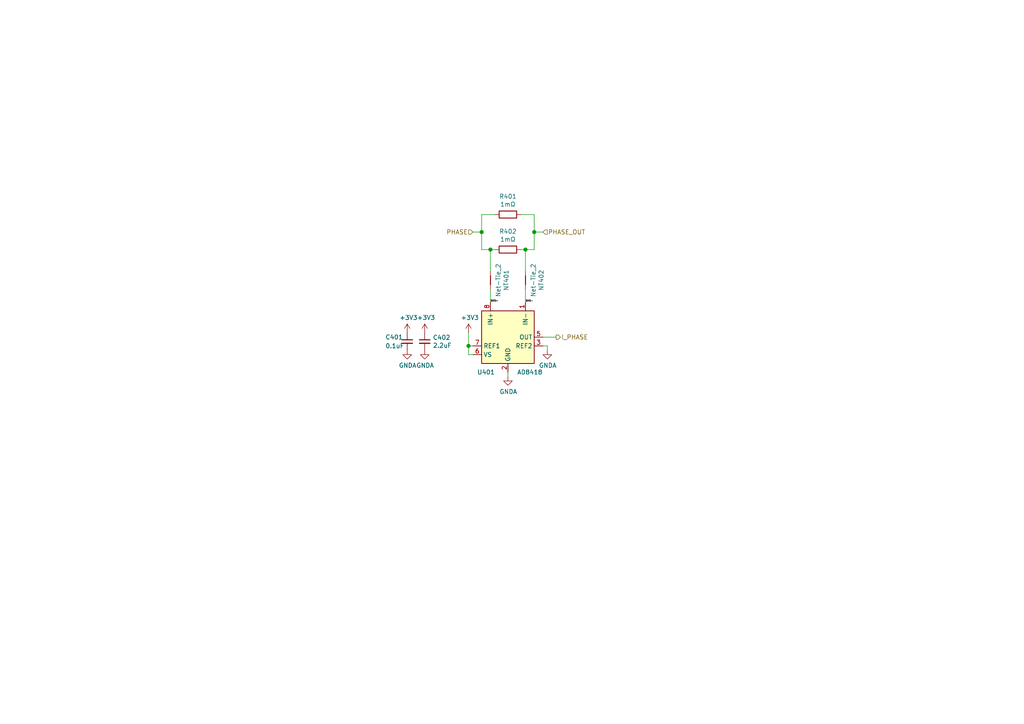
<source format=kicad_sch>
(kicad_sch (version 20230121) (generator eeschema)
  (paper "A4")
  (lib_symbols
    (symbol "24_power_board-rescue:AD8418-MoxiE_drive_symbol_lib"
      (property "Reference" "U" (at -7.62 10.795 0))
      (property "Value" "AD8418-MoxiE_drive_symbol_lib" (at -7.62 8.89 0))
      (symbol "AD8418-MoxiE_drive_symbol_lib_0_1"
        (rectangle (start -7.62 7.62) (end 7.62 -7.62) (stroke (width 0.254)) (fill (type background)))
      )
      (symbol "AD8418-MoxiE_drive_symbol_lib_1_1"
        (pin input line (at 5.08 10.16 270) (length 2.54) (name "IN-") (number "1"))
        (pin power_in line (at 0 -10.16 90) (length 2.54) (name "GND") (number "2"))
        (pin input line (at 10.16 -2.54 180) (length 2.54) (name "REF2") (number "3"))
        (pin no_connect line (at 2.54 -7.62 90) (length 2.54) hide (name "NC") (number "4"))
        (pin output line (at 10.16 0 180) (length 2.54) (name "OUT") (number "5"))
        (pin power_in line (at -10.16 -5.08 0) (length 2.54) (name "VS") (number "6"))
        (pin input line (at -10.16 -2.54 0) (length 2.54) (name "REF1") (number "7"))
        (pin input line (at -5.08 10.16 270) (length 2.54) (name "IN+") (number "8"))
      )
    )
    (symbol "Device:C_Small" (pin_numbers hide) (pin_names (offset 0.254) hide)
      (property "Reference" "C" (at 0.254 1.778 0))
      (property "Value" "C_Small" (at 0.254 -2.032 0))
      (symbol "C_Small_0_1"
        (polyline (pts (xy -1.524 -0.508) (xy 1.524 -0.508)) (stroke (width 0.3302)))
        (polyline (pts (xy -1.524 0.508) (xy 1.524 0.508)) (stroke (width 0.3048)))
      )
      (symbol "C_Small_1_1"
        (pin passive line (at 0 2.54 270) (length 2.032) (name "~") (number "1"))
        (pin passive line (at 0 -2.54 90) (length 2.032) (name "~") (number "2"))
      )
    )
    (symbol "Device:Net-Tie_2" (pin_numbers hide) (pin_names (offset 0) hide)
      (property "Reference" "NT" (at 0 1.27 0))
      (property "Value" "Net-Tie_2" (at 0 -1.27 0))
      (symbol "Net-Tie_2_0_1"
        (polyline (pts (xy -1.27 0) (xy 1.27 0)) (stroke (width 0.254)))
      )
      (symbol "Net-Tie_2_1_1"
        (pin passive line (at -2.54 0 0) (length 2.54) (name "1") (number "1"))
        (pin passive line (at 2.54 0 180) (length 2.54) (name "2") (number "2"))
      )
    )
    (symbol "Device:R" (pin_numbers hide) (pin_names (offset 0))
      (property "Reference" "R" (at 2.032 0 90))
      (property "Value" "R" (at 0 0 90))
      (symbol "R_0_1"
        (rectangle (start -1.016 -2.54) (end 1.016 2.54) (stroke (width 0.254)))
      )
      (symbol "R_1_1"
        (pin passive line (at 0 3.81 270) (length 1.27) (name "~") (number "1"))
        (pin passive line (at 0 -3.81 90) (length 1.27) (name "~") (number "2"))
      )
    )
    (symbol "power:+3.3V" (power) (pin_names (offset 0))
      (property "Value" "+3.3V" (at 0 3.556 0))
      (symbol "+3.3V_0_1"
        (polyline (pts (xy -0.762 1.27) (xy 0 2.54)))
        (polyline (pts (xy 0 0) (xy 0 2.54)))
        (polyline (pts (xy 0 2.54) (xy 0.762 1.27)))
      )
      (symbol "+3.3V_1_1"
        (pin power_in line (at 0 0 90) (length 0) hide (name "+3V3") (number "1"))
      )
    )
    (symbol "power:GNDA" (power) (pin_names (offset 0))
      (property "Value" "GNDA" (at 0 -3.81 0))
      (symbol "GNDA_0_1"
        (polyline (pts (xy 0 0) (xy 0 -1.27) (xy 1.27 -1.27) (xy 0 -2.54) (xy -1.27 -1.27) (xy 0 -1.27)))
      )
      (symbol "GNDA_1_1"
        (pin power_in line (at 0 0 270) (length 0) hide (name "GNDA") (number "1"))
      )
    )
  )
  (junction (at 152.4 72.39) (diameter 1.016))
  (junction (at 139.7 67.31) (diameter 1.016))
  (junction (at 142.24 72.39) (diameter 1.016))
  (junction (at 154.94 67.31) (diameter 1.016))
  (junction (at 135.89 100.33) (diameter 1.016))
  (wire (pts (xy 135.89 102.87) (xy 135.89 100.33)))
  (wire (pts (xy 137.16 102.87) (xy 135.89 102.87)))
  (wire (pts (xy 152.4 78.74) (xy 152.4 72.39)))
  (wire (pts (xy 154.94 72.39) (xy 154.94 67.31)))
  (wire (pts (xy 142.24 72.39) (xy 143.51 72.39)))
  (wire (pts (xy 137.16 67.31) (xy 139.7 67.31)))
  (wire (pts (xy 157.48 100.33) (xy 158.75 100.33)))
  (wire (pts (xy 158.75 100.33) (xy 158.75 101.6)))
  (wire (pts (xy 142.24 87.63) (xy 142.24 83.82)))
  (wire (pts (xy 147.32 109.22) (xy 147.32 107.95)))
  (wire (pts (xy 154.94 62.23) (xy 151.13 62.23)))
  (wire (pts (xy 157.48 67.31) (xy 154.94 67.31)))
  (wire (pts (xy 139.7 62.23) (xy 139.7 67.31)))
  (wire (pts (xy 161.29 97.79) (xy 157.48 97.79)))
  (wire (pts (xy 154.94 67.31) (xy 154.94 62.23)))
  (wire (pts (xy 139.7 72.39) (xy 142.24 72.39)))
  (wire (pts (xy 139.7 67.31) (xy 139.7 72.39)))
  (wire (pts (xy 142.24 78.74) (xy 142.24 72.39)))
  (wire (pts (xy 152.4 72.39) (xy 154.94 72.39)))
  (wire (pts (xy 152.4 83.82) (xy 152.4 87.63)))
  (wire (pts (xy 143.51 62.23) (xy 139.7 62.23)))
  (wire (pts (xy 151.13 72.39) (xy 152.4 72.39)))
  (wire (pts (xy 135.89 100.33) (xy 135.89 96.52)))
  (wire (pts (xy 137.16 100.33) (xy 135.89 100.33)))
  (label "SNS+" (at 142.24 87.63 0) (effects (font (size 0.508 0.508))))
  (label "SNS-" (at 152.4 87.63 0) (effects (font (size 0.508 0.508))))
  (hierarchical_label "PHASE_OUT" (shape input) (at 157.48 67.31 0))
  (hierarchical_label "I_PHASE" (shape output) (at 161.29 97.79 0))
  (hierarchical_label "PHASE" (shape input) (at 137.16 67.31 180))
  (symbol (lib_id "Device:R") (at 147.32 72.39 270) (unit 1)
    (property "Reference" "R402" (at 147.32 67.1322 90))
    (property "Value" "1mΩ" (at 147.32 69.4436 90))
    (property "Footprint" "24_moxie_drive:R_2512_shunt_vishay" (effects hide))
    (instances (project "24_power_board" (path "" (reference "R402") (unit 1)) (path "" (reference "R602") (unit 1)) (path "" (reference "R802") (unit 1))))
  )
  (symbol (lib_id "Device:R") (at 147.32 62.23 270) (unit 1)
    (property "Reference" "R401" (at 147.32 56.9722 90))
    (property "Value" "1mΩ" (at 147.32 59.2836 90))
    (property "Footprint" "24_moxie_drive:R_2512_shunt_vishay" (effects hide))
    (instances (project "24_power_board" (path "" (reference "R401") (unit 1)) (path "" (reference "R601") (unit 1)) (path "" (reference "R801") (unit 1))))
  )
  (symbol (lib_id "24_power_board-rescue:AD8418-MoxiE_drive_symbol_lib") (at 147.32 97.79 0) (unit 1)
    (property "Reference" "U401" (at 140.97 107.95 0))
    (property "Value" "AD8418" (at 153.67 107.95 0))
    (property "Footprint" "Package_SO:MSOP-8_3x3mm_P0.65mm" (effects hide))
    (instances (project "24_power_board" (path "" (reference "U401") (unit 1)) (path "" (reference "U601") (unit 1)) (path "" (reference "U801") (unit 1))))
  )
  (symbol (lib_id "Device:C_Small") (at 123.19 99.06 0) (unit 1)
    (property "Reference" "C402" (at 125.5268 97.8916 0) (effects (justify left)))
    (property "Value" "2.2uF" (at 125.5268 100.203 0) (effects (justify left)))
    (property "Footprint" "pkl_dipol:C_0402" (effects hide))
    (property "PartNo" "CC0603KRX7R6BB104" (effects hide))
    (instances (project "24_power_board" (path "" (reference "C402") (unit 1)) (path "" (reference "C602") (unit 1)) (path "" (reference "C802") (unit 1))))
  )
  (symbol (lib_id "Device:C_Small") (at 118.11 99.06 0) (unit 1)
    (property "Reference" "C401" (at 111.76 97.79 0) (effects (justify left)))
    (property "Value" "0.1uF" (at 111.76 100.33 0) (effects (justify left)))
    (property "Footprint" "pkl_dipol:C_0402" (effects hide))
    (property "PartNo" "885012206071" (effects hide))
    (instances (project "24_power_board" (path "" (reference "C401") (unit 1)) (path "" (reference "C601") (unit 1)) (path "" (reference "C801") (unit 1))))
  )
  (symbol (lib_id "power:GNDA") (at 118.11 101.6 0) (unit 1)
    (property "Reference" "#PWR0402" (effects hide))
    (property "Value" "GNDA" (at 118.237 105.9942 0))
    (instances (project "24_power_board" (path "" (reference "#PWR0402") (unit 1)) (path "" (reference "#PWR0602") (unit 1)) (path "" (reference "#PWR0802") (unit 1))))
  )
  (symbol (lib_id "power:GNDA") (at 123.19 101.6 0) (unit 1)
    (property "Reference" "#PWR0404" (effects hide))
    (property "Value" "GNDA" (at 123.317 105.9942 0))
    (instances (project "24_power_board" (path "" (reference "#PWR0404") (unit 1)) (path "" (reference "#PWR0604") (unit 1)) (path "" (reference "#PWR0804") (unit 1))))
  )
  (symbol (lib_id "power:+3.3V") (at 118.11 96.52 0) (unit 1)
    (property "Reference" "#PWR0401" (effects hide))
    (property "Value" "+3.3V" (at 118.491 92.1258 0))
    (instances (project "24_power_board" (path "" (reference "#PWR0401") (unit 1)) (path "" (reference "#PWR0601") (unit 1)) (path "" (reference "#PWR0801") (unit 1))))
  )
  (symbol (lib_id "power:+3.3V") (at 123.19 96.52 0) (unit 1)
    (property "Reference" "#PWR0403" (effects hide))
    (property "Value" "+3.3V" (at 123.571 92.1258 0))
    (instances (project "24_power_board" (path "" (reference "#PWR0403") (unit 1)) (path "" (reference "#PWR0603") (unit 1)) (path "" (reference "#PWR0803") (unit 1))))
  )
  (symbol (lib_id "Device:Net-Tie_2") (at 142.24 81.28 270) (unit 1)
    (property "Reference" "NT401" (at 146.8374 81.28 0))
    (property "Value" "Net-Tie_2" (at 144.526 81.28 0))
    (property "Footprint" "NetTie:NetTie-2_SMD_Pad0.5mm" (effects hide))
    (instances (project "24_power_board" (path "" (reference "NT401") (unit 1)) (path "" (reference "NT601") (unit 1)) (path "" (reference "NT801") (unit 1))))
  )
  (symbol (lib_id "Device:Net-Tie_2") (at 152.4 81.28 270) (unit 1)
    (property "Reference" "NT402" (at 156.9974 81.28 0))
    (property "Value" "Net-Tie_2" (at 154.686 81.28 0))
    (property "Footprint" "NetTie:NetTie-2_SMD_Pad0.5mm" (effects hide))
    (instances (project "24_power_board" (path "" (reference "NT402") (unit 1)) (path "" (reference "NT602") (unit 1)) (path "" (reference "NT802") (unit 1))))
  )
  (symbol (lib_id "power:+3.3V") (at 135.89 96.52 0) (unit 1)
    (property "Reference" "#PWR0405" (effects hide))
    (property "Value" "+3.3V" (at 136.271 92.1258 0))
    (instances (project "24_power_board" (path "" (reference "#PWR0405") (unit 1)) (path "" (reference "#PWR0605") (unit 1)) (path "" (reference "#PWR0805") (unit 1))))
  )
  (symbol (lib_id "power:GNDA") (at 147.32 109.22 0) (unit 1)
    (property "Reference" "#PWR0406" (effects hide))
    (property "Value" "GNDA" (at 147.447 113.6142 0))
    (instances (project "24_power_board" (path "" (reference "#PWR0406") (unit 1)) (path "" (reference "#PWR0606") (unit 1)) (path "" (reference "#PWR0806") (unit 1))))
  )
  (symbol (lib_id "power:GNDA") (at 158.75 101.6 0) (unit 1)
    (property "Reference" "#PWR0407" (effects hide))
    (property "Value" "GNDA" (at 158.877 105.9942 0))
    (instances (project "24_power_board" (path "" (reference "#PWR0407") (unit 1)) (path "" (reference "#PWR0607") (unit 1)) (path "" (reference "#PWR0807") (unit 1))))
  )
)
</source>
